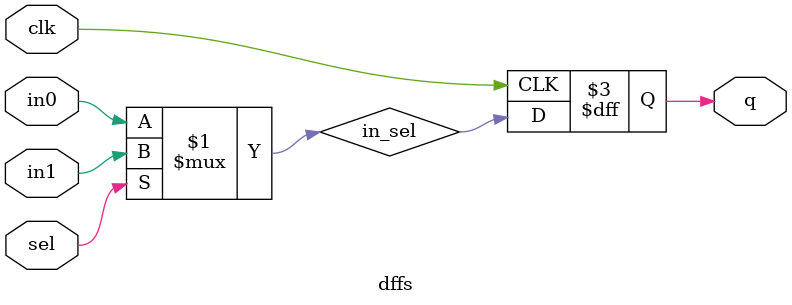
<source format=v>
module top_module (
	input [2:0] SW,      // R
	input [1:0] KEY,     // L and clk
	output [2:0] LEDR);  // Q
    
    dffs inst0(
        .clk(KEY[0]),
        .in1(SW[0]),
        .in0(LEDR[2]),
        .sel(KEY[1]),
        .q(LEDR[0])
    );
    
    dffs inst1(
        .clk(KEY[0]),
        .in1(SW[1]),
        .in0(LEDR[0]),
        .sel(KEY[1]),
        .q(LEDR[1])
    );
    
    dffs inst2(
        .clk(KEY[0]),
        .in1(SW[2]),
        .in0(LEDR[1]^LEDR[2]),
        .sel(KEY[1]),
        .q(LEDR[2])
    );

endmodule

 
module dffs(
	input clk,
	input in1,
	input in0,
	input sel,
	output q
	);
	
	wire in_sel;
	assign in_sel = sel ? in1 : in0;

	always@(posedge clk) begin
		q <= in_sel;
	end
 
endmodule
</source>
